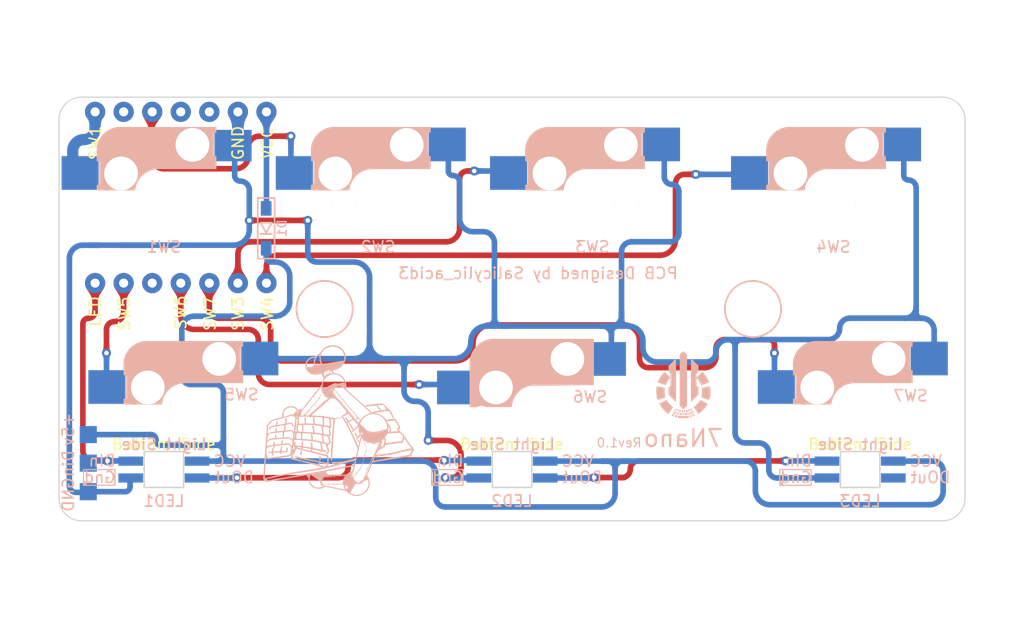
<source format=kicad_pcb>
(kicad_pcb (version 20211014) (generator pcbnew)
  (layers (0 "F.Cu" signal) (31 "B.Cu" signal) (34 "B.Paste" user) (35 "F.Paste" user) (36 "B.SilkS" user "B.Silkscreen") (37 "F.SilkS" user "F.Silkscreen") (38 "B.Mask" user) (39 "F.Mask" user) (44 "Edge.Cuts" user))
  (net 0 "")
  (net 1 "GND")
  (net 2 "VCC")
  (net 3 "Net-(LED1-Pad1)")
  (net 4 "SW1")
  (net 5 "SW2")
  (net 6 "SW3")
  (net 7 "SW4")
  (net 8 "LED")
  (net 9 "SW5")
  (net 10 "SW6")
  (net 11 "SW7")
  (net 13 "Net-(LED2-Pad1)")
  (net 17 "Net-(D1-Pad1)")
  (footprint "kbd_SW:CherryMX_Hotswap_1u_Small1" (layer "F.Cu") (at 88.10625 69.05625)
    (fp_text reference "SW1")
    (fp_text value "SW_PUSH" hide)
  )
  (footprint "kbd_SW:CherryMX_Hotswap_1u" (layer "F.Cu") (at 107.15625 69.05625)
    (fp_text reference "SW2")
    (fp_text value "SW_PUSH" hide)
  )
  (footprint "kbd_SW:CherryMX_Hotswap_1u" (layer "F.Cu") (at 126.20625 69.05625)
    (fp_text reference "SW3")
    (fp_text value "SW_PUSH" hide)
  )
  (footprint "kbd_SW:CherryMX_Hotswap_2u_Rev" (layer "F.Cu") (at 121.44375 88.10625 180)
    (fp_text reference "SW6")
    (fp_text value "SW_PUSH" hide)
  )
  (footprint "kbd_Parts:LED_SK6812MINI-E_UG" (layer "F.Cu") (at 88.10625 92.86875 180)
    (fp_text reference "LED1")
    (fp_text value "LED_SK6812MINI-E")
    (fp_line (start 1.75 -1.6) (end 1.75 1.6) (layer "Edge.Cuts") (width 0.12))
    (fp_line (start -1.75 1.6) (end -1.75 -1.6) (layer "Edge.Cuts") (width 0.12))
    (fp_line (start -1.75 -1.6) (end 1.75 -1.6) (layer "Edge.Cuts") (width 0.12))
    (fp_line (start 1.75 1.6) (end -1.75 1.6) (layer "Edge.Cuts") (width 0.12))
  )
  (footprint "kbd_SW:CherryMX_Hotswap_1.25u" (layer "F.Cu") (at 147.6375 69.05625)
    (fp_text reference "SW4")
    (fp_text value "SW_PUSH" hide)
  )
  (footprint "kbd_Parts:Micon_XIAO_TH" (layer "F.Cu") (at 89.60625 68.65625 -90)
    (fp_text reference "U1" hide)
    (fp_text value "xiao-th" hide)
  )
  (footprint "kbd_Parts:LED_SK6812MINI-E_UG" (layer "F.Cu") (at 119.0625 92.86875 180)
    (fp_text reference "LED2")
    (fp_text value "LED_SK6812MINI-E")
    (fp_line (start 1.75 -1.6) (end 1.75 1.6) (layer "Edge.Cuts") (width 0.12))
    (fp_line (start -1.75 -1.6) (end 1.75 -1.6) (layer "Edge.Cuts") (width 0.12))
    (fp_line (start 1.75 1.6) (end -1.75 1.6) (layer "Edge.Cuts") (width 0.12))
    (fp_line (start -1.75 1.6) (end -1.75 -1.6) (layer "Edge.Cuts") (width 0.12))
  )
  (footprint "kbd_Hole:m2_Screw_Hole" (layer "F.Cu") (at 140.49375 78.58125)
    (fp_text reference "Ref**")
    (fp_text value "Val**")
  )
  (footprint "kbd_Parts:LED_SK6812MINI-E_UG" (layer "F.Cu") (at 150.01875 92.86875 180)
    (fp_text reference "LED3")
    (fp_text value "LED_SK6812MINI-E")
    (fp_line (start -1.75 1.6) (end -1.75 -1.6) (layer "Edge.Cuts") (width 0.12))
    (fp_line (start 1.75 -1.6) (end 1.75 1.6) (layer "Edge.Cuts") (width 0.12))
    (fp_line (start -1.75 -1.6) (end 1.75 -1.6) (layer "Edge.Cuts") (width 0.12))
    (fp_line (start 1.75 1.6) (end -1.75 1.6) (layer "Edge.Cuts") (width 0.12))
  )
  (footprint "kbd_Parts:Diode_SMD" (layer "F.Cu") (at 97.2 71.4 90)
    (fp_text reference "D1")
    (fp_text value "D" hide)
  )
  (footprint "kbd_SW:CherryMX_Hotswap_1.25u" (layer "F.Cu") (at 90.4875 88.10625)
    (fp_text reference "SW5")
    (fp_text value "SW_PUSH" hide)
  )
  (footprint "kbd_SW:CherryMX_Hotswap_1u" (layer "F.Cu") (at 150.01875 88.10625)
    (fp_text reference "SW7")
    (fp_text value "SW_PUSH" hide)
  )
  (footprint "kbd_Hole:m2_Screw_Hole" (layer "F.Cu") (at 102.39375 78.58125)
    (fp_text reference "Ref**")
    (fp_text value "Val**")
  )
  (footprint "kbd_Parts:LED_Tape" (layer "B.Cu") (at 81.489723 92.338892 90)
    (fp_text reference "J1" hide)
    (fp_text value "Conn_01x03" hide)
  )
  (footprint "kbd_Logo:icon" (layer "B.Cu") (at 103.6 89.1 180)
    (fp_text reference "G***" hide)
    (fp_text value "LOGO" hide)
  )
  (footprint "kbd_Logo:new_onsen" (layer "B.Cu") (at 134.3 85.3 180)
    (fp_text reference "G***" hide)
    (fp_text value "LOGO" hide)
  )
  (gr_circle (center 140.49375 78.58125) (end 142.49375 80.08125) (layer "B.SilkS") (width 0.15) (fill none))
  (gr_circle (center 102.39375 78.58125) (end 104.39375 80.08125) (layer "B.SilkS") (width 0.15) (fill none))
  (gr_arc (start 78.78125 61.73125) (mid 79.367022 60.317022) (end 80.78125 59.73125) (layer "Edge.Cuts") (width 0.1))
  (gr_line (start 157.34375 59.73125) (end 80.78125 59.73125) (layer "Edge.Cuts") (width 0.1))
  (gr_arc (start 157.34375 59.73125) (mid 158.757949 60.317051) (end 159.34375 61.73125) (layer "Edge.Cuts") (width 0.1))
  (gr_line (start 159.34375 61.73125) (end 159.34375 95.43125) (layer "Edge.Cuts") (width 0.1))
  (gr_line (start 80.78125 97.43125) (end 157.34375 97.43125) (layer "Edge.Cuts") (width 0.1))
  (gr_arc (start 80.78125 97.43125) (mid 79.367051 96.845449) (end 78.78125 95.43125) (layer "Edge.Cuts") (width 0.1))
  (gr_line (start 78.78125 61.73125) (end 78.78125 95.43125) (layer "Edge.Cuts") (width 0.1))
  (gr_arc (start 159.34375 95.43125) (mid 158.757978 96.845478) (end 157.34375 97.43125) (layer "Edge.Cuts") (width 0.1))
  (gr_text "7Nano" (at 134.3 90.0875) (layer "B.SilkS") (effects (font (size 1.5 1.5) (thickness 0.2)) (justify mirror)))
  (gr_text "PCB Designed by Salicylic_acid3" (at 133.9 75.4) (layer "B.SilkS") (effects (font (size 1 1)) (justify left mirror)))
  (gr_text "Rev1.0" (at 128.5875 90.4875) (layer "B.SilkS") (effects (font (size 0.8 0.8) (thickness 0.1)) (justify mirror)))
  (gr_text "SW6" (at 89.6 78.9 90) (layer "F.SilkS") (effects (font (size 1 1))))
  (gr_text "SW3" (at 94.7 79 90) (layer "F.SilkS") (effects (font (size 1 1))))
  (gr_text "VCC" (at 97.3 63.8 90) (layer "F.SilkS") (effects (font (size 1 1))))
  (gr_text "SW2" (at 87 63.8 90) (layer "F.SilkS") (effects (font (size 1 1))))
  (gr_text "SW1" (at 82 63.8 90) (layer "F.SilkS") (effects (font (size 1 1))))
  (gr_text "SW4" (at 97.3 79 90) (layer "F.SilkS") (effects (font (size 1 1))))
  (gr_text "GND" (at 94.7 63.8 90) (layer "F.SilkS") (effects (font (size 1 1))))
  (gr_text "LED" (at 82 78.8 90) (layer "F.SilkS") (effects (font (size 1 1))))
  (gr_text "SW7" (at 92.2 79 90) (layer "F.SilkS") (effects (font (size 1 1))))
  (gr_text "SW5" (at 84.6 79 90) (layer "F.SilkS") (effects (font (size 1 1))))
  (segment (start 98 70.7) (end 100.9 70.7) (width 0.5) (layer "F.Cu") (net 1))
  (segment (start 95.7 70.7) (end 98 70.7) (width 0.5) (layer "F.Cu") (net 1))
  (segment (start 113.23 90.28) (end 111.62 90.28) (width 0.5) (layer "F.Cu") (net 1))
  (segment (start 114.53 92.7) (end 114.53 91.58) (width 0.5) (layer "F.Cu") (net 1))
  (segment (start 113.13 93.59) (end 113.64 93.59) (width 0.5) (layer "F.Cu") (net 1))
  (segment (start 98 70.7) (end 99.3 70.7) (width 0.5) (layer "F.Cu") (net 1))
  (via (at 100.9 70.7) (size 0.8) (drill 0.4) (layers "F.Cu" "B.Cu") (net 1))
  (via (at 113.13 93.59) (size 0.8) (drill 0.4) (layers "F.Cu" "B.Cu") (net 1))
  (via (at 95.7 70.7) (size 0.8) (drill 0.4) (layers "F.Cu" "B.Cu") (net 1))
  (via (at 111.61 90.27) (size 0.8) (drill 0.4) (layers "F.Cu" "B.Cu") (net 1))
  (arc (start 111.62 90.28) (mid 111.612929 90.277071) (end 111.61 90.27) (width 0.5) (layer "F.Cu") (net 1))
  (arc (start 113.64 93.59) (mid 114.269325 93.329325) (end 114.53 92.7) (width 0.5) (layer "F.Cu") (net 1))
  (arc (start 114.53 91.58) (mid 114.149239 90.660761) (end 113.23 90.28) (width 0.5) (layer "F.Cu") (net 1))
  (segment (start 106.4 83) (end 107.8 83) (width 0.5) (layer "B.Cu") (net 1))
  (segment (start 155 79.4) (end 155 78.4) (width 0.5) (layer "B.Cu") (net 1))
  (segment (start 126.9 80.1) (end 127.1 80.1) (width 0.5) (layer "B.Cu") (net 1))
  (segment (start 128.8 78.8) (end 128.8 79.5) (width 0.5) (layer "B.Cu") (net 1))
  (segment (start 116.8 80.1) (end 117.5 80.1) (width 0.5) (layer "B.Cu") (net 1))
  (segment (start 128.5 80.1) (end 128.8 80.1) (width 0.5) (layer "B.Cu") (net 1))
  (segment (start 79.7 91.4) (end 79.7 92.5) (width 0.5) (layer "B.Cu") (net 1))
  (segment (start 106.4 80.8) (end 106.4 81.6) (width 0.5) (layer "B.Cu") (net 1))
  (segment (start 108.54 83) (end 110.37 83) (width 0.5) (layer "B.Cu") (net 1))
  (segment (start 132.6 66.8) (end 132.6 64.63) (width 0.5) (layer "B.Cu") (net 1))
  (segment (start 85.1 94.4) (end 85.1 94.025) (width 0.5) (layer "B.Cu") (net 1))
  (segment (start 139 81.3) (end 140.1 81.3) (width 0.5) (layer "B.Cu") (net 1))
  (segment (start 94.4 66.7) (end 94.4 64.53) (width 0.5) (layer "B.Cu") (net 1))
  (segment (start 108.54 83) (end 108.55 83) (width 0.5) (layer "B.Cu") (net 1))
  (segment (start 126.9 80.1) (end 127.9 80.1) (width 0.5) (layer "B.Cu") (net 1))
  (segment (start 86.9 72.9) (end 82.3 72.9) (width 0.5) (layer "B.Cu") (net 1))
  (segment (start 101.7 74.4) (end 105 74.4) (width 0.5) (layer "B.Cu") (net 1))
  (segment (start 110.59 86.8) (end 110.4 86.8) (width 0.5) (layer "B.Cu") (net 1))
  (segment (start 140.1 81.3) (end 139.5 81.3) (width 0.5) (layer "B.Cu") (net 1))
  (segment (start 86.9 72.9) (end 94.3 72.9) (width 0.5) (layer "B.Cu") (net 1))
  (segment (start 82.3 72.9) (end 80.9 72.9) (width 0.5) (layer "B.Cu") (net 1))
  (segment (start 116.5 71.7) (end 115.6 71.7) (width 0.5) (layer "B.Cu") (net 1))
  (segment (start 129.7 72.6) (end 133.1 72.6) (width 0.5) (layer "B.Cu") (net 1))
  (segment (start 106.4 75.8) (end 106.4 80.8) (width 0.5) (layer "B.Cu") (net 1))
  (segment (start 127.9 80.1) (end 127.9 80.9) (width 0.5) (layer "B.Cu") (net 1))
  (segment (start 128.8 78.8) (end 128.8 73.5) (width 0.5) (layer "B.Cu") (net 1))
  (segment (start 100.6 83) (end 105 83) (width 0.5) (layer "B.Cu") (net 1))
  (segment (start 155 78.4) (end 155 67.8) (width 0.5) (layer "B.Cu") (net 1))
  (segment (start 156.6 80.5) (end 156.6 82.105) (width 0.5) (layer "B.Cu") (net 1))
  (segment (start 154 79.4) (end 155 79.4) (width 0.5) (layer "B.Cu") (net 1))
  (segment (start 116.4625 93.61875) (end 113.15875 93.61875) (width 0.5) (layer "B.Cu") (net 1))
  (segment (start 96.1875 82.98625) (end 98.21375 82.98625) (width 0.5) (layer "B.Cu") (net 1))
  (segment (start 132 83.3) (end 136.3 83.3) (width 0.5) (layer "B.Cu") (net 1))
  (segment (start 127.9 80.9) (end 127.9 80.7) (width 0.5) (layer "B.Cu") (net 1))
  (segment (start 155 78.9) (end 155 78.4) (width 0.5) (layer "B.Cu") (net 1))
  (segment (start 81.379446 94.84) (end 84.66 94.84) (width 0.5) (layer "B.Cu") (net 1))
  (segment (start 107.8 83) (end 108.54 83) (width 0.5) (layer "B.Cu") (net 1))
  (segment (start 130.7 81.4) (end 130.7 82) (width 0.5) (layer "B.Cu") (net 1))
  (segment (start 147.41875 93.61875) (end 142.61875 93.61875) (width 0.5) (layer "B.Cu") (net 1))
  (segment (start 141 90.5) (end 139.8 90.5) (width 0.5) (layer "B.Cu") (net 1))
  (segment (start 127.9 80.1) (end 128.5 80.1) (width 0.5) (layer "B.Cu") (net 1))
  (segment (start 109.46 85.86) (end 109.46 83.91) (width 0.5) (layer "B.Cu") (net 1))
  (segment (start 114.4 70.5) (end 114.4 67.3) (width 0.5) (layer "B.Cu") (net 1))
  (segment (start 138.9 89.6) (end 138.9 82.3) (width 0.5) (layer "B.Cu") (net 1))
  (segment (start 105 83) (end 106.4 83) (width 0.5) (layer "B.Cu") (net 1))
  (segment (start 79.7 91.4) (end 79.7 94.3) (width 0.5) (layer "B.Cu") (net 1))
  (segment (start 127.9 80.9) (end 127.9 82.17) (width 0.5) (layer "B.Cu") (net 1))
  (segment (start 128.8 78.8) (end 128.8 79.2) (width 0.5) (layer "B.Cu") (net 1))
  (segment (start 138.3 81.3) (end 139 81.3) (width 0.5) (layer "B.Cu") (net 1))
  (segment (start 100.9 70.7) (end 100.9 73.6) (width 0.5) (layer "B.Cu") (net 1))
  (segment (start 149.1 79.4) (end 154 79.4) (width 0.5) (layer "B.Cu") (net 1))
  (segment (start 100.6 83) (end 96.20125 83) (width 0.5) (layer "B.Cu") (net 1))
  (segment (start 95.7 71.5) (end 95.7 68) (width 0.5) (layer "B.Cu") (net 1))
  (segment (start 113.4 66.3) (end 113.4 64.48) (width 0.5) (layer "B.Cu") (net 1))
  (segment (start 118.7 80.1) (end 126.9 80.1) (width 0.5) (layer "B.Cu") (net 1))
  (segment (start 106.4 80.8) (end 106.4 83) (width 0.5) (layer "B.Cu") (net 1))
  (segment (start 138.9 81.9) (end 138.9 82.3) (width 0.5) (layer "B.Cu") (net 1))
  (segment (start 140.1 81.3) (end 147.2 81.3) (width 0.5) (layer "B.Cu") (net 1))
  (segment (start 141.9 92.9) (end 141.9 91.4) (width 0.5) (layer "B.Cu") (net 1))
  (segment (start 117.5 79.1) (end 117.5 72.7) (width 0.5) (layer "B.Cu") (net 1))
  (segment (start 117.5 80.1) (end 117.5 79.1) (width 0.5) (layer "B.Cu") (net 1))
  (segment (start 117.5 80.1) (end 118.7 80.1) (width 0.5) (layer "B.Cu") (net 1))
  (segment (start 94.68625 63.05625) (end 94.68625 61.03625) (width 1) (layer "B.Cu") (net 1))
  (segment (start 128.8 80.1) (end 129.4 80.1) (width 0.5) (layer "B.Cu") (net 1))
  (segment (start 155 79.4) (end 155.5 79.4) (width 0.5) (layer "B.Cu") (net 1))
  (segment (start 84.2 72.9) (end 86.9 72.9) (width 0.5) (layer "B.Cu") (net 1))
  (segment (start 82.3 72.9) (end 81.5 72.9) (width 0.5) (layer "B.Cu") (net 1))
  (segment (start 133.9 71.8) (end 133.9 68.1) (width 0.5) (layer "B.Cu") (net 1))
  (segment (start 111.61 90.27) (end 111.61 87.82) (width 0.5) (layer "B.Cu") (net 1))
  (segment (start 138.9 82.3) (end 138.9 81.4) (width 0.5) (layer "B.Cu") (net 1))
  (segment (start 80.3 94.9) (end 81.319446 94.9) (width 0.5) (layer "B.Cu") (net 1))
  (segment (start 110.37 83) (end 113.9 83) (width 0.5) (layer "B.Cu") (net 1))
  (segment (start 79.7 74.1) (end 79.7 91.4) (width 0.5) (layer "B.Cu") (net 1))
  (segment (start 118.7 80.1) (end 118.2 80.1) (width 0.5) (layer "B.Cu") (net 1))
  (segment (start 153.9 66.7) (end 153.9 64.49875) (width 0.5) (layer "B.Cu") (net 1))
  (segment (start 117.5 79.4) (end 117.5 79.1) (width 0.5) (layer "B.Cu") (net 1))
  (segment (start 128.8 80.1) (end 128.8 78.8) (width 0.5) (layer "B.Cu") (net 1))
  (arc (start 137.2 82.4) (mid 137.522183 81.622183) (end 138.3 81.3) (width 0.5) (layer "B.Cu") (net 1))
  (arc (start 155.5 79.4) (mid 156.277817 79.722183) (end 156.6 80.5) (width 0.5) (layer "B.Cu") (net 1))
  (arc (start 100.9 73.6) (mid 101.134315 74.165685) (end 101.7 74.4) (width 0.5) (layer "B.Cu") (net 1))
  (arc (start 128.8 79.2) (mid 128.536396 79.836396) (end 127.9 80.1) (width 0.5) (layer "B.Cu") (net 1))
  (arc (start 154.3 67.1) (mid 154.017157 66.982843) (end 153.9 66.7) (width 0.5) (layer "B.Cu") (net 1))
  (arc (start 154 79.4) (mid 154.707107 79.107107) (end 155 78.4) (width 0.5) (layer "B.Cu") (net 1))
  (arc (start 132.6 64.63) (mid 132.396805 64.139445) (end 131.90625 63.93625) (width 0.5) (layer "B.Cu") (net 1))
  (arc (start 129.4 80.1) (mid 130.319239 80.480761) (end 130.7 81.4) (width 0.5) (layer "B.Cu") (net 1))
  (arc (start 118.2 80.1) (mid 117.705025 79.894975) (end 117.5 79.4) (width 0.5) (layer "B.Cu") (net 1))
  (arc (start 111.61 87.82) (mid 111.311249 87.098751) (end 110.59 86.8) (width 0.5) (layer "B.Cu") (net 1))
  (arc (start 128.8 79.5) (mid 128.975736 79.924264) (end 129.4 80.1) (width 0.5) (layer "B.Cu") (net 1))
  (arc (start 130.7 82) (mid 131.080761 82.919239) (end 132 83.3) (width 0.5) (layer "B.Cu") (net 1))
  (arc (start 133.1 72.6) (mid 133.665685 72.365685) (end 133.9 71.8) (width 0.5) (layer "B.Cu") (net 1))
  (arc (start 79.7 94.3) (mid 79.875736 94.724264) (end 80.3 94.9) (width 0.5) (layer "B.Cu") (net 1))
  (arc (start 133.3 67.5) (mid 132.805025 67.294975) (end 132.6 66.8) (width 0.5) (layer "B.Cu") (net 1))
  (arc (start 133.9 68.1) (mid 133.724264 67.675736) (end 133.3 67.5) (width 0.5) (layer "B.Cu") (net 1))
  (arc (start 147.2 81.3) (mid 147.907107 81.007107) (end 148.2 80.3) (width 0.5) (layer "B.Cu") (net 1))
  (arc (start 114.4 67.3) (mid 114.224264 66.875736) (end 113.8 66.7) (width 0.5) (layer "B.Cu") (net 1))
  (arc (start 138.3 81.3) (mid 138.724264 81.475736) (end 138.9 81.9) (width 0.5) (layer "B.Cu") (net 1))
  (arc (start 80.9 72.9) (mid 80.051472 73.251472) (end 79.7 74.1) (width 0.5) (layer "B.Cu") (net 1))
  (arc (start 139.5 81.3) (mid 139.075736 81.475736) (end 138.9 81.9) (width 0.5) (layer "B.Cu") (net 1))
  (arc (start 115.4 81.5) (mid 115.810051 80.510051) (end 116.8 80.1) (width 0.5) (layer "B.Cu") (net 1))
  (arc (start 155.5 79.4) (mid 155.146447 79.253553) (end 155 78.9) (width 0.5) (layer "B.Cu") (net 1))
  (arc (start 85.1 94.025) (mid 85.218988 93.737738) (end 85.50625 93.61875) (width 0.5) (layer "B.Cu") (net 1))
  (arc (start 113.4 64.48) (mid 113.240739 64.095511) (end 112.85625 63.93625) (width 0.5) (layer "B.Cu") (net 1))
  (arc (start 94.4 64.53) (mid 94.226095 64.110155) (end 93.80625 63.93625) (width 0.5) (layer "B.Cu") (net 1))
  (arc (start 142.61875 93.61875) (mid 142.110517 93.408233) (end 141.9 92.9) (width 0.5) (layer "B.Cu") (net 1))
  (arc (start 85.4875 93.6) (mid 85.500758 93.605492) (end 85.50625 93.61875) (width 0.5) (layer "B.Cu") (net 1))
  (arc (start 127.9 80.7) (mid 128.075736 80.275736) (end 128.5 80.1) (width 0.5) (layer "B.Cu") (net 1))
  (arc (start 94.9 67.2) (mid 94.546447 67.053553) (end 94.4 66.7) (width 0.5) (layer "B.Cu") (net 1))
  (arc (start 113.9 83) (mid 114.96066 82.56066) (end 115.4 81.5) (width 0.5) (layer "B.Cu") (net 1))
  (arc (start 95.7 68) (mid 95.465685 67.434315) (end 94.9 67.2) (width 0.5) (layer "B.Cu") (net 1))
  (arc (start 94.3 72.9) (mid 95.289949 72.489949) (end 95.7 71.5) (width 0.5) (layer "B.Cu") (net 1))
  (arc (start 156.6 82.105) (mid 156.341888 82.728138) (end 155.71875 82.98625) (width 0.5) (layer "B.Cu") (net 1))
  (arc (start 106.4 81.6) (mid 105.989949 82.589949) (end 105 83) (width 0.5) (layer "B.Cu") (net 1))
  (arc (start 136.3 83.3) (mid 136.936396 83.036396) (end 137.2 82.4) (width 0.5) (layer "B.Cu") (net 1))
  (arc (start 116.8 80.1) (mid 117.294975 79.894975) (end 117.5 79.4) (width 0.5) (layer "B.Cu") (net 1))
  (arc (start 127.1 80.1) (mid 127.665685 80.334315) (end 127.9 80.9) (width 0.5) (layer "B.Cu") (net 1))
  (arc (start 107.8 83) (mid 106.810051 82.589949) (end 106.4 81.6) (width 0.5) (layer "B.Cu") (net 1))
  (arc (start 109.46 83.91) (mid 109.726533 83.266533) (end 110.37 83) (width 0.5) (layer "B.Cu") (net 1))
  (arc (start 117.5 72.7) (mid 117.207107 71.992893) (end 116.5 71.7) (width 0.5) (layer "B.Cu") (net 1))
  (arc (start 128.8 73.5) (mid 129.063604 72.863604) (end 129.7 72.6) (width 0.5) (layer "B.Cu") (net 1))
  (arc (start 108.55 83) (mid 109.193467 83.266533) (end 109.46 83.91) (width 0.5) (layer "B.Cu") (net 1))
  (arc (start 127.9 82.17) (mid 127.64921 82.77546) (end 127.04375 83.02625) (width 0.5) (layer "B.Cu") (net 1))
  (arc (start 105 74.4) (mid 105.989949 74.810051) (end 106.4 75.8) (width 0.5) (layer "B.Cu") (net 1))
  (arc (start 153.9 64.49875) (mid 153.735248 64.101002) (end 153.3375 63.93625) (width 0.5) (layer "B.Cu") (net 1))
  (arc (start 113.8 66.7) (mid 113.517157 66.582843) (end 113.4 66.3) (width 0.5) (layer "B.Cu") (net 1))
  (arc (start 93.80625 63.93625) (mid 94.428504 63.678504) (end 94.68625 63.05625) (width 0.5) (layer "B.Cu") (net 1))
  (arc (start 138.9 81.4) (mid 138.929289 81.329289) (end 139 81.3) (width 0.5) (layer "B.Cu") (net 1))
  (arc (start 141.9 91.4) (mid 141.636396 90.763604) (end 141 90.5) (width 0.5) (layer "B.Cu") (net 1))
  (arc (start 84.66 94.84) (mid 84.971127 94.711127) (end 85.1 94.4) (width 0.5) (layer "B.Cu") (net 1))
  (arc (start 115.6 71.7) (mid 114.751472 71.348528) (end 114.4 70.5) (width 0.5) (layer "B.Cu") (net 1))
  (arc (start 96.20125 83) (mid 96.191527 82.995973) (end 96.1875 82.98625) (width 0.5) (layer "B.Cu") (net 1))
  (arc (start 148.2 80.3) (mid 148.463604 79.663604) (end 149.1 79.4) (width 0.5) (layer "B.Cu") (net 1))
  (arc (start 139.8 90.5) (mid 139.163604 90.236396) (end 138.9 89.6) (width 0.5) (layer "B.Cu") (net 1))
  (arc (start 113.15875 93.61875) (mid 113.138421 93.610329) (end 113.13 93.59) (width 0.5) (layer "B.Cu") (net 1))
  (arc (start 81.319446 94.9) (mid 81.361872 94.882426) (end 81.379446 94.84) (width 0.5) (layer "B.Cu") (net 1))
  (arc (start 110.4 86.8) (mid 109.73532 86.52468) (end 109.46 85.86) (width 0.5) (layer "B.Cu") (net 1))
  (arc (start 155 67.8) (mid 154.794975 67.305025) (end 154.3 67.1) (width 0.5) (layer "B.Cu") (net 1))
  (segment (start 97.22625 61.03625) (end 97.22625 69.59875) (width 0.5) (layer "B.Cu") (net 2))
  (arc (start 97.22625 69.59875) (mid 97.218562 69.617312) (end 97.2 69.625) (width 0.5) (layer "B.Cu") (net 2))
  (segment (start 105.16 92.03) (end 106.46 92.03) (width 0.5) (layer "F.Cu") (net 3))
  (segment (start 106.46 92.03) (end 113.01 92.03) (width 0.5) (layer "F.Cu") (net 3))
  (segment (start 94.6 93.6) (end 103.59 93.6) (width 0.5) (layer "F.Cu") (net 3))
  (via (at 113.04 92.06) (size 0.8) (drill 0.4) (layers "F.Cu" "B.Cu") (net 3))
  (via (at 94.6 93.6) (size 0.8) (drill 0.4) (layers "F.Cu" "B.Cu") (net 3))
  (arc (start 103.59 93.6) (mid 104.219325 93.339325) (end 104.48 92.71) (width 0.5) (layer "F.Cu") (net 3))
  (arc (start 104.48 92.71) (mid 104.679167 92.229167) (end 105.16 92.03) (width 0.5) (layer "F.Cu") (net 3))
  (arc (start 113.01 92.03) (mid 113.031213 92.038787) (end 113.04 92.06) (width 0.5) (layer "F.Cu") (net 3))
  (segment (start 113.04 92.06) (end 116.40375 92.06) (width 0.5) (layer "B.Cu") (net 3))
  (segment (start 90.70625 93.61875) (end 94.58125 93.61875) (width 0.5) (layer "B.Cu") (net 3))
  (arc (start 94.58125 93.61875) (mid 94.594508 93.613258) (end 94.6 93.6) (width 0.5) (layer "B.Cu") (net 3))
  (arc (start 116.40375 92.06) (mid 116.445293 92.077207) (end 116.4625 92.11875) (width 0.5) (layer "B.Cu") (net 3))
  (segment (start 81.98625 61.03625) (end 81.98625 62.51375) (width 1) (layer "B.Cu") (net 4))
  (segment (start 80 64.5) (end 80 65.37) (width 1) (layer "B.Cu") (net 4))
  (arc (start 81.98625 62.51375) (mid 81.697384 63.211134) (end 81 63.5) (width 1) (layer "B.Cu") (net 4))
  (arc (start 81 63.5) (mid 80.292893 63.792893) (end 80 64.5) (width 1) (layer "B.Cu") (net 4))
  (arc (start 80.48625 65.85625) (mid 80.667844 66.294656) (end 81.10625 66.47625) (width 0.5) (layer "B.Cu") (net 4))
  (arc (start 80 65.37) (mid 80.324013 66.152237) (end 81.10625 66.47625) (width 1) (layer "B.Cu") (net 4))
  (segment (start 96.6 63.2) (end 99.4 63.2) (width 0.5) (layer "F.Cu") (net 5))
  (segment (start 88.1 66.1) (end 94.5 66.1) (width 0.5) (layer "F.Cu") (net 5))
  (segment (start 87 61.1025) (end 87 65) (width 0.5) (layer "F.Cu") (net 5))
  (segment (start 95.6 65) (end 95.6 64.2) (width 0.5) (layer "F.Cu") (net 5))
  (via (at 99.4 63.2) (size 0.8) (drill 0.4) (layers "F.Cu" "B.Cu") (net 5))
  (arc (start 87.06625 61.03625) (mid 87.019404 61.055654) (end 87 61.1025) (width 0.5) (layer "F.Cu") (net 5))
  (arc (start 94.5 66.1) (mid 95.277817 65.777817) (end 95.6 65) (width 0.5) (layer "F.Cu") (net 5))
  (arc (start 95.6 64.2) (mid 95.892893 63.492893) (end 96.6 63.2) (width 0.5) (layer "F.Cu") (net 5))
  (arc (start 87 65) (mid 87.322183 65.777817) (end 88.1 66.1) (width 0.5) (layer "F.Cu") (net 5))
  (segment (start 99.4 64.2) (end 99.4 63.2) (width 0.5) (layer "B.Cu") (net 5))
  (segment (start 99.4 65.72) (end 99.4 64.2) (width 0.5) (layer "B.Cu") (net 5))
  (arc (start 100.15625 66.47625) (mid 99.6215 66.25475) (end 99.4 65.72) (width 0.5) (layer "B.Cu") (net 5))
  (arc (start 100.08 66.4) (mid 100.133917 66.422333) (end 100.15625 66.47625) (width 0.5) (layer "B.Cu") (net 5))
  (segment (start 114.4 71.4) (end 114.4 67) (width 0.5) (layer "F.Cu") (net 6))
  (segment (start 115.1 66.3) (end 115.7 66.3) (width 0.5) (layer "F.Cu") (net 6))
  (segment (start 95.8 72.6) (end 113.2 72.6) (width 0.5) (layer "F.Cu") (net 6))
  (segment (start 94.68625 76.27625) (end 94.68625 73.71375) (width 0.5) (layer "F.Cu") (net 6))
  (via (at 115.7 66.3) (size 0.8) (drill 0.4) (layers "F.Cu" "B.Cu") (net 6))
  (arc (start 113.2 72.6) (mid 114.048528 72.248528) (end 114.4 71.4) (width 0.5) (layer "F.Cu") (net 6))
  (arc (start 94.68625 73.71375) (mid 95.01246 72.92621) (end 95.8 72.6) (width 0.5) (layer "F.Cu") (net 6))
  (arc (start 114.4 67) (mid 114.605025 66.505025) (end 115.1 66.3) (width 0.5) (layer "F.Cu") (net 6))
  (segment (start 115.7 66.3) (end 119.03 66.3) (width 0.5) (layer "B.Cu") (net 6))
  (arc (start 119.03 66.3) (mid 119.154628 66.351622) (end 119.20625 66.47625) (width 0.5) (layer "B.Cu") (net 6))
  (segment (start 134.4 66.6) (end 135.4 66.6) (width 0.5) (layer "F.Cu") (net 7))
  (segment (start 97.22625 76.27625) (end 97.22625 74.77375) (width 0.5) (layer "F.Cu") (net 7))
  (segment (start 98.2 73.8) (end 132.2 73.8) (width 0.5) (layer "F.Cu") (net 7))
  (segment (start 133.6 72.4) (end 133.6 67.4) (width 0.5) (layer "F.Cu") (net 7))
  (via (at 135.4 66.6) (size 0.8) (drill 0.4) (layers "F.Cu" "B.Cu") (net 7))
  (arc (start 133.6 67.4) (mid 133.834315 66.834315) (end 134.4 66.6) (width 0.5) (layer "F.Cu") (net 7))
  (arc (start 97.22625 74.77375) (mid 97.511455 74.085205) (end 98.2 73.8) (width 0.5) (layer "F.Cu") (net 7))
  (arc (start 132.2 73.8) (mid 133.189949 73.389949) (end 133.6 72.4) (width 0.5) (layer "F.Cu") (net 7))
  (segment (start 135.4 66.6) (end 140.51375 66.6) (width 0.5) (layer "B.Cu") (net 7))
  (arc (start 140.1 65.93875) (mid 140.25743 66.31882) (end 140.6375 66.47625) (width 0.5) (layer "B.Cu") (net 7))
  (arc (start 140.51375 66.6) (mid 140.601254 66.563754) (end 140.6375 66.47625) (width 0.5) (layer "B.Cu") (net 7))
  (segment (start 81.98625 78.81375) (end 81.98625 76.27625) (width 0.5) (layer "F.Cu") (net 8))
  (segment (start 80.9 91.2) (end 80.9 79.9) (width 0.5) (layer "F.Cu") (net 8))
  (segment (start 83.1 92.1) (end 81.7 92) (width 0.5) (layer "F.Cu") (net 8))
  (via (at 83.1 92.1) (size 0.8) (drill 0.4) (layers "F.Cu" "B.Cu") (net 8))
  (arc (start 80.9 79.9) (mid 81.046447 79.546447) (end 81.4 79.4) (width 0.5) (layer "F.Cu") (net 8))
  (arc (start 81.7 92) (mid 81.134315 91.765685) (end 80.9 91.2) (width 0.5) (layer "F.Cu") (net 8))
  (arc (start 81.4 79.4) (mid 81.814541 79.228291) (end 81.98625 78.81375) (width 0.5) (layer "F.Cu") (net 8))
  (segment (start 83.1 92.1) (end 81.579446 92.1) (width 0.5) (layer "B.Cu") (net 8))
  (segment (start 83.1 92.1) (end 85.4875 92.1) (width 0.5) (layer "B.Cu") (net 8))
  (arc (start 81.579446 92.1) (mid 81.438025 92.158579) (end 81.379446 92.3) (width 0.5) (layer "B.Cu") (net 8))
  (arc (start 85.4875 92.1) (mid 85.500758 92.105492) (end 85.50625 92.11875) (width 0.5) (layer "B.Cu") (net 8))
  (arc (start 81.679446 92) (mid 81.467314 92.087868) (end 81.379446 92.3) (width 0.5) (layer "B.Cu") (net 8))
  (arc (start 85.3875 92) (mid 85.471469 92.034781) (end 85.50625 92.11875) (width 0.5) (layer "B.Cu") (net 8))
  (segment (start 83 82.5) (end 83 80.4) (width 0.5) (layer "F.Cu") (net 9))
  (segment (start 84.52625 78.87375) (end 84.52625 76.27625) (width 0.5) (layer "F.Cu") (net 9))
  (via (at 83 82.5) (size 0.8) (drill 0.4) (layers "F.Cu" "B.Cu") (net 9))
  (arc (start 83.7 79.7) (mid 84.284247 79.457997) (end 84.52625 78.87375) (width 0.5) (layer "F.Cu") (net 9))
  (arc (start 83 80.4) (mid 83.205025 79.905025) (end 83.7 79.7) (width 0.5) (layer "F.Cu") (net 9))
  (segment (start 83 82.5) (end 83 85.03875) (width 0.5) (layer "B.Cu") (net 9))
  (arc (start 83 85.03875) (mid 83.142785 85.383465) (end 83.4875 85.52625) (width 0.5) (layer "B.Cu") (net 9))
  (segment (start 89.60625 76.27625) (end 89.60625 79.20625) (width 0.5) (layer "F.Cu") (net 10))
  (segment (start 97.5 85.3) (end 110.8 85.3) (width 0.5) (layer "F.Cu") (net 10))
  (segment (start 90.8 80.4) (end 95.6 80.4) (width 0.5) (layer "F.Cu") (net 10))
  (segment (start 96.5 81.3) (end 96.5 84.3) (width 0.5) (layer "F.Cu") (net 10))
  (via (at 110.8 85.3) (size 0.8) (drill 0.4) (layers "F.Cu" "B.Cu") (net 10))
  (arc (start 95.6 80.4) (mid 96.236396 80.663604) (end 96.5 81.3) (width 0.5) (layer "F.Cu") (net 10))
  (arc (start 89.60625 79.20625) (mid 89.955891 80.050359) (end 90.8 80.4) (width 0.5) (layer "F.Cu") (net 10))
  (arc (start 96.5 84.3) (mid 96.792893 85.007107) (end 97.5 85.3) (width 0.5) (layer "F.Cu") (net 10))
  (segment (start 110.8 85.3) (end 114.2775 85.3) (width 0.5) (layer "B.Cu") (net 10))
  (arc (start 114.2775 85.3) (mid 114.465767 85.377983) (end 114.54375 85.56625) (width 0.5) (layer "B.Cu") (net 10))
  (segment (start 138 81.3) (end 141.9 81.3) (width 0.5) (layer "F.Cu") (net 11))
  (segment (start 117.2 80) (end 129 80) (width 0.5) (layer "F.Cu") (net 11))
  (segment (start 98.6 83.2) (end 114 83.2) (width 0.5) (layer "F.Cu") (net 11))
  (segment (start 93 79.4) (end 96.6 79.4) (width 0.5) (layer "F.Cu") (net 11))
  (segment (start 92.14625 76.27625) (end 92.14625 78.54625) (width 0.5) (layer "F.Cu") (net 11))
  (segment (start 97.6 80.8) (end 97.6 81.4) (width 0.5) (layer "F.Cu") (net 11))
  (segment (start 142.4 81.8) (end 142.4 82.5) (width 0.5) (layer "F.Cu") (net 11))
  (segment (start 97.6 80.8) (end 97.6 82.2) (width 0.5) (layer "F.Cu") (net 11))
  (segment (start 97.6 80.4) (end 97.6 80.8) (width 0.5) (layer "F.Cu") (net 11))
  (segment (start 131.2 83.8) (end 136.2 83.8) (width 0.5) (layer "F.Cu") (net 11))
  (segment (start 130.4 81.4) (end 130.4 83) (width 0.5) (layer "F.Cu") (net 11))
  (segment (start 137.2 82.8) (end 137.2 82.1) (width 0.5) (layer "F.Cu") (net 11))
  (via (at 142.4 82.5) (size 0.8) (drill 0.4) (layers "F.Cu" "B.Cu") (net 11))
  (arc (start 136.2 83.8) (mid 136.907107 83.507107) (end 137.2 82.8) (width 0.5) (layer "F.Cu") (net 11))
  (arc (start 129 80) (mid 129.989949 80.410051) (end 130.4 81.4) (width 0.5) (layer "F.Cu") (net 11))
  (arc (start 115.6 81.6) (mid 116.068629 80.468629) (end 117.2 80) (width 0.5) (layer "F.Cu") (net 11))
  (arc (start 137.2 82.1) (mid 137.434315 81.534315) (end 138 81.3) (width 0.5) (layer "F.Cu") (net 11))
  (arc (start 114 83.2) (mid 115.131371 82.731371) (end 115.6 81.6) (width 0.5) (layer "F.Cu") (net 11))
  (arc (start 96.6 79.4) (mid 97.307107 79.692893) (end 97.6 80.4) (width 0.5) (layer "F.Cu") (net 11))
  (arc (start 92.14625 78.54625) (mid 92.396308 79.149942) (end 93 79.4) (width 0.5) (layer "F.Cu") (net 11))
  (arc (start 97.6 82.2) (mid 97.892893 82.907107) (end 98.6 83.2) (width 0.5) (layer "F.Cu") (net 11))
  (arc (start 141.9 81.3) (mid 142.253553 81.446447) (end 142.4 81.8) (width 0.5) (layer "F.Cu") (net 11))
  (arc (start 130.4 83) (mid 130.634315 83.565685) (end 131.2 83.8) (width 0.5) (layer "F.Cu") (net 11))
  (segment (start 142.4 82.5) (end 142.4 84.9075) (width 0.5) (layer "B.Cu") (net 11))
  (arc (start 142.4 84.9075) (mid 142.581228 85.345022) (end 143.01875 85.52625) (width 0.5) (layer "B.Cu") (net 11))
  (segment (start 128.39 93.58) (end 129.04 93.58) (width 0.5) (layer "F.Cu") (net 13))
  (segment (start 128.84 93.58) (end 128.39 93.58) (width 0.5) (layer "F.Cu") (net 13))
  (segment (start 126.37 93.58) (end 128.39 93.58) (width 0.5) (layer "F.Cu") (net 13))
  (segment (start 143.4 92.1) (end 130.32 92.1) (width 0.5) (layer "F.Cu") (net 13))
  (via (at 126.37 93.58) (size 0.8) (drill 0.4) (layers "F.Cu" "B.Cu") (net 13))
  (via (at 143.4 92.1) (size 0.8) (drill 0.4) (layers "F.Cu" "B.Cu") (net 13))
  (arc (start 130.32 92.1) (mid 129.796741 92.316741) (end 129.58 92.84) (width 0.5) (layer "F.Cu") (net 13))
  (arc (start 129.58 92.84) (mid 129.363259 93.363259) (end 128.84 93.58) (width 0.5) (layer "F.Cu") (net 13))
  (segment (start 121.6625 93.61875) (end 126.33125 93.61875) (width 0.5) (layer "B.Cu") (net 13))
  (segment (start 143.4 92.1) (end 147.4 92.1) (width 0.5) (layer "B.Cu") (net 13))
  (arc (start 126.33125 93.61875) (mid 126.35865 93.6074) (end 126.37 93.58) (width 0.5) (layer "B.Cu") (net 13))
  (arc (start 147.4 92.1) (mid 147.413258 92.105492) (end 147.41875 92.11875) (width 0.5) (layer "B.Cu") (net 13))
  (segment (start 89.7 80.3) (end 89.7 84.5) (width 0.5) (layer "B.Cu") (net 17))
  (segment (start 94.78125 92.11875) (end 94.41875 92.11875) (width 0.5) (layer "B.Cu") (net 17))
  (segment (start 99.3 75.7) (end 99.3 77.9) (width 0.5) (layer "B.Cu") (net 17))
  (segment (start 127.55 92.12) (end 127.12 92.12) (width 0.5) (layer "B.Cu") (net 17))
  (segment (start 93.4 91.3) (end 93.4 91.5) (width 0.5) (layer "B.Cu") (net 17))
  (segment (start 92.78125 92.11875) (end 94.78125 92.11875) (width 0.5) (layer "B.Cu") (net 17))
  (segment (start 127.12 92.12) (end 129.44 92.12) (width 0.5) (layer "B.Cu") (net 17))
  (segment (start 140.7 93) (end 140.7 94.7) (width 0.5) (layer "B.Cu") (net 17))
  (segment (start 112.28 93.29) (end 112.28 95.35) (width 0.5) (layer "B.Cu") (net 17))
  (segment (start 87.8 90.7) (end 92.4 90.7) (width 0.5) (layer "B.Cu") (net 17))
  (segment (start 93.4 90.1) (end 93.4 91.5) (width 0.5) (layer "B.Cu") (net 17))
  (segment (start 92.4 90.7) (end 93 90.7) (width 0.5) (layer "B.Cu") (net 17))
  (segment (start 97.975 79.225) (end 90.775 79.225) (width 0.5) (layer "B.Cu") (net 17))
  (segment (start 92.4 90.7) (end 92.8 90.7) (width 0.5) (layer "B.Cu") (net 17))
  (segment (start 94.78125 92.11875) (end 111.10875 92.11875) (width 0.5) (layer "B.Cu") (net 17))
  (segment (start 142 96) (end 156.2 96) (width 0.5) (layer "B.Cu") (net 17))
  (segment (start 90.70625 92.11875) (end 92.78125 92.11875) (width 0.5) (layer "B.Cu") (net 17))
  (segment (start 128.23 94.99) (end 128.23 92.8) (width 0.5) (layer "B.Cu") (net 17))
  (segment (start 97.2 73.175) (end 97.2 73.9) (width 0.5) (layer "B.Cu") (net 17))
  (segment (start 94.78125 92.11875) (end 94.01875 92.11875) (width 0.5) (layer "B.Cu") (net 17))
  (segment (start 93.4 86) (end 93.4 90.1) (width 0.5) (layer "B.Cu") (net 17))
  (segment (start 113.13 96.2) (end 127.02 96.2) (width 0.5) (layer "B.Cu") (net 17))
  (segment (start 81.379446 89.76) (end 86.96 89.76) (width 0.5) (layer "B.Cu") (net 17))
  (segment (start 97.7 74.4) (end 98 74.4) (width 0.5) (layer "B.Cu") (net 17))
  (segment (start 129.44 92.12) (end 128.91 92.12) (width 0.5) (layer "B.Cu") (net 17))
  (segment (start 87.4 90.2) (end 87.4 90.3) (width 0.5) (layer "B.Cu") (net 17))
  (segment (start 90.5 85.3) (end 92.7 85.3) (width 0.5) (layer "B.Cu") (net 17))
  (segment (start 127.12 92.12) (end 121.66375 92.12) (width 0.5) (layer "B.Cu") (net 17))
  (segment (start 129.44 92.12) (end 139.8175 92.12) (width 0.5) (layer "B.Cu") (net 17))
  (segment (start 152.61875 92.11875) (end 156.51875 92.11875) (width 0.5) (layer "B.Cu") (net 17))
  (segment (start 157.4 94.8) (end 157.4 93) (width 0.5) (layer "B.Cu") (net 17))
  (arc (start 92.8 90.7) (mid 93.224264 90.875736) (end 93.4 91.3) (width 0.5) (layer "B.Cu") (net 17))
  (arc (start 139.8175 92.12) (mid 139.818384 92.119634) (end 139.81875 92.11875) (width 0.5) (layer "B.Cu") (net 17))
  (arc (start 139.81875 92.11875) (mid 140.441888 92.376862) (end 140.7 93) (width 0.5) (layer "B.Cu") (net 17))
  (arc (start 98 74.4) (mid 98.919239 74.780761) (end 99.3 75.7) (width 0.5) (layer "B.Cu") (net 17))
  (arc (start 97.2 73.9) (mid 97.346447 74.253553) (end 97.7 74.4) (width 0.5) (layer "B.Cu") (net 17))
  (arc (start 90.775 79.225) (mid 90.01486 79.53986) (end 89.7 80.3) (width 0.5) (layer "B.Cu") (net 17))
  (arc (start 92.8 90.7) (mid 93.224264 90.524264) (end 93.4 90.1) (width 0.5) (layer "B.Cu") (net 17))
  (arc (start 156.51875 92.11875) (mid 157.141888 92.376862) (end 157.4 93) (width 0.5) (layer "B.Cu") (net 17))
  (arc (start 128.23 92.8) (mid 128.030833 92.319167) (end 127.55 92.12) (width 0.5) (layer "B.Cu") (net 17))
  (arc (start 99.3 77.9) (mid 98.911916 78.836916) (end 97.975 79.225) (width 0.5) (layer "B.Cu") (net 17))
  (arc (start 87.4 90.3) (mid 87.517157 90.582843) (end 87.8 90.7) (width 0.5) (layer "B.Cu") (net 17))
  (arc (start 128.91 92.12) (mid 128.429167 92.319167) (end 128.23 92.8) (width 0.5) (layer "B.Cu") (net 17))
  (arc (start 92.7 85.3) (mid 93.194975 85.505025) (end 93.4 86) (width 0.5) (layer "B.Cu") (net 17))
  (arc (start 127.02 96.2) (mid 127.875599 95.845599) (end 128.23 94.99) (width 0.5) (layer "B.Cu") (net 17))
  (arc (start 111.10875 92.11875) (mid 111.936949 92.461801) (end 112.28 93.29) (width 0.5) (layer "B.Cu") (net 17))
  (arc (start 156.2 96) (mid 157.048528 95.648528) (end 157.4 94.8) (width 0.5) (layer "B.Cu") (net 17))
  (arc (start 112.28 95.35) (mid 112.528959 95.951041) (end 113.13 96.2) (width 0.5) (layer "B.Cu") (net 17))
  (arc (start 93.4 91.5) (mid 93.218772 91.937522) (end 92.78125 92.11875) (width 0.5) (layer "B.Cu") (net 17))
  (arc (start 89.7 84.5) (mid 89.934315 85.065685) (end 90.5 85.3) (width 0.5) (layer "B.Cu") (net 17))
  (arc (start 94.01875 92.11875) (mid 93.581228 91.937522) (end 93.4 91.5) (width 0.5) (layer "B.Cu") (net 17))
  (arc (start 140.7 94.7) (mid 141.080761 95.619239) (end 142 96) (width 0.5) (layer "B.Cu") (net 17))
  (arc (start 86.96 89.76) (mid 87.271127 89.888873) (end 87.4 90.2) (width 0.5) (layer "B.Cu") (net 17))
  (arc (start 121.66375 92.12) (mid 121.662866 92.119634) (end 121.6625 92.11875) (width 0.5) (layer "B.Cu") (net 17))
  (zone (net 11) (net_name "SW7") (layer "F.Cu") (priority 16962) (connect_pads yes (clearance 0)) (min_thickness 0.0254) (fill yes (thermal_gap 0.508) (thermal_bridge_width 0.508))
    (polygon (pts (xy 92.39625 78.06625) (xy 92.404296 77.859931) (xy 92.427348 77.687832) (xy 92.463775 77.542666) (xy 92.511945 77.417146) (xy 92.570228 77.303986) (xy 92.636993 77.195899) (xy 92.710608 77.085598) (xy 92.789444 76.965797) (xy 92.871868 76.82921) (xy 92.95625 76.66855) (xy 92.14625 75.82625) (xy 91.33625 76.66855) (xy 91.420631 76.82921) (xy 91.503055 76.965797) (xy 91.581891 77.085598) (xy 91.655506 77.195899) (xy 91.722271 77.303986) (xy 91.780554 77.417146) (xy 91.828724 77.542666) (xy 91.865151 77.687832) (xy 91.888203 77.859931) (xy 91.89625 78.06625)))
  )
  (zone (net 3) (net_name "Net-(LED1-Pad1)") (layer "F.Cu") (priority 16962) (connect_pads yes (clearance 0)) (min_thickness 0.0254) (fill yes (thermal_gap 0.508) (thermal_bridge_width 0.508))
    (polygon (pts (xy 112.24 92.28) (xy 112.325929 92.280483) (xy 112.401238 92.282279) (xy 112.467742 92.285905) (xy 112.527256 92.291877) (xy 112.581595 92.300713) (xy 112.632574 92.312929) (xy 112.68201 92.329044) (xy 112.731717 92.349575) (xy 112.783511 92.375038) (xy 112.839208 92.405951) (xy 113.239439 92.074957) (xy 112.893057 91.687969) (xy 112.829021 91.712132) (xy 112.770429 91.731652) (xy 112.715134 91.747023) (xy 112.660988 91.75874) (xy 112.605844 91.767297) (xy 112.547555 91.773189) (xy 112.483973 91.776911) (xy 112.412952 91.778956) (xy 112.332343 91.779821) (xy 112.24 91.78)))
  )
  (zone (net 1) (net_name "GND") (layer "F.Cu") (priority 16962) (connect_pads yes (clearance 0)) (min_thickness 0.0254) (fill yes (thermal_gap 0.508) (thermal_bridge_width 0.508))
    (polygon (pts (xy 113.63 93.34) (xy 113.598074 93.339573) (xy 113.567544 93.33835) (xy 113.538757 93.336412) (xy 113.512064 93.333842) (xy 113.487813 93.330721) (xy 113.466353 93.327133) (xy 113.448034 93.323159) (xy 113.433205 93.318883) (xy 113.422214 93.314385) (xy 113.415411 93.30975) (xy 112.93 93.59) (xy 113.415411 93.87025) (xy 113.422214 93.865614) (xy 113.433205 93.861116) (xy 113.448034 93.85684) (xy 113.466353 93.852866) (xy 113.487813 93.849278) (xy 113.512064 93.846157) (xy 113.538757 93.843587) (xy 113.567544 93.841649) (xy 113.598074 93.840426) (xy 113.63 93.84)))
  )
  (zone (net 11) (net_name "SW7") (layer "F.Cu") (priority 16962) (connect_pads yes (clearance 0)) (min_thickness 0.0254) (fill yes (thermal_gap 0.508) (thermal_bridge_width 0.508))
    (polygon (pts (xy 142.15 81.81) (xy 142.14965 81.877858) (xy 142.148388 81.939387) (xy 142.1459 81.995201) (xy 142.141866 82.045917) (xy 142.135972 82.09215) (xy 142.1279 82.134517) (xy 142.117333 82.173634) (xy 142.103955 82.210116) (xy 142.08745 82.244579) (xy 142.0675 82.277641) (xy 142.4 82.7) (xy 142.7325 82.277641) (xy 142.712549 82.244579) (xy 142.696044 82.210116) (xy 142.682666 82.173634) (xy 142.672099 82.134517) (xy 142.664027 82.09215) (xy 142.658133 82.045917) (xy 142.654099 81.995201) (xy 142.651611 81.939387) (xy 142.650349 81.877858) (xy 142.65 81.81)))
  )
  (zone (net 5) (net_name "SW2") (layer "F.Cu") (priority 16962) (connect_pads yes (clearance 0)) (min_thickness 0.0254) (fill yes (thermal_gap 0.508) (thermal_bridge_width 0.508))
    (polygon (pts (xy 98.61 63.45) (xy 98.697651 63.450381) (xy 98.77429 63.451844) (xy 98.841873 63.454868) (xy 98.902354 63.459933) (xy 98.957691 63.467517) (xy 99.009838 63.478099) (xy 99.060751 63.49216) (xy 99.112386 63.510177) (xy 99.166699 63.532631) (xy 99.225645 63.56) (xy 99.6 63.2) (xy 99.225645 62.84) (xy 99.166699 62.867368) (xy 99.112386 62.889822) (xy 99.060751 62.907839) (xy 99.009838 62.9219) (xy 98.957691 62.932482) (xy 98.902354 62.940066) (xy 98.841873 62.945131) (xy 98.77429 62.948155) (xy 98.697651 62.949618) (xy 98.61 62.95)))
  )
  (zone (net 7) (net_name "SW4") (layer "F.Cu") (priority 16962) (connect_pads yes (clearance 0)) (min_thickness 0.0254) (fill yes (thermal_gap 0.508) (thermal_bridge_width 0.508))
    (polygon (pts (xy 134.61 66.85) (xy 134.697651 66.850381) (xy 134.77429 66.851844) (xy 134.841873 66.854868) (xy 134.902354 66.859933) (xy 134.957691 66.867517) (xy 135.009838 66.878099) (xy 135.060751 66.89216) (xy 135.112386 66.910177) (xy 135.166699 66.932631) (xy 135.225645 66.96) (xy 135.6 66.6) (xy 135.225645 66.24) (xy 135.166699 66.267368) (xy 135.112386 66.289822) (xy 135.060751 66.307839) (xy 135.009838 66.3219) (xy 134.957691 66.332482) (xy 134.902354 66.340066) (xy 134.841873 66.345131) (xy 134.77429 66.348155) (xy 134.697651 66.349618) (xy 134.61 66.35)))
  )
  (zone (net 13) (net_name "Net-(LED2-Pad1)") (layer "F.Cu") (priority 16962) (connect_pads yes (clearance 0)) (min_thickness 0.0254) (fill yes (thermal_gap 0.508) (thermal_bridge_width 0.508))
    (polygon (pts (xy 127.16 93.33) (xy 127.072348 93.329618) (xy 126.995709 93.328155) (xy 126.928126 93.325131) (xy 126.867645 93.320066) (xy 126.812308 93.312482) (xy 126.760161 93.3019) (xy 126.709248 93.287839) (xy 126.657613 93.269822) (xy 126.6033 93.247368) (xy 126.544355 93.22) (xy 126.17 93.58) (xy 126.544355 93.94) (xy 126.6033 93.912631) (xy 126.657613 93.890177) (xy 126.709248 93.87216) (xy 126.760161 93.858099) (xy 126.812308 93.847517) (xy 126.867645 93.839933) (xy 126.928126 93.834868) (xy 126.995709 93.831844) (xy 127.072348 93.830381) (xy 127.16 93.83)))
  )
  (zone (net 1) (net_name "GND") (layer "F.Cu") (priority 16962) (connect_pads yes (clearance 0)) (min_thickness 0.0254) (fill yes (thermal_gap 0.508) (thermal_bridge_width 0.508))
    (polygon (pts (xy 112.41 90.03) (xy 112.32202 90.029611) (xy 112.245026 90.028105) (xy 112.17709 90.02497) (xy 112.116286 90.019695) (xy 112.060686 90.011768) (xy 112.008362 90.000679) (xy 111.957389 89.985915) (xy 111.905839 89.966967) (xy 111.851784 89.943322) (xy 111.793298 89.91447) (xy 111.410063 90.265002) (xy 111.775304 90.634245) (xy 111.836578 90.607642) (xy 111.892906 90.585977) (xy 111.946324 90.568746) (xy 111.998872 90.555446) (xy 112.052586 90.545573) (xy 112.109506 90.538624) (xy 112.171669 90.534096) (xy 112.241114 90.531485) (xy 112.319878 90.530287) (xy 112.41 90.53)))
  )
  (zone (net 6) (net_name "SW3") (layer "F.Cu") (priority 16962) (connect_pads yes (clearance 0)) (min_thickness 0.0254) (fill yes (thermal_gap 0.508) (thermal_bridge_width 0.508))
    (polygon (pts (xy 94.43625 74.48625) (xy 94.428203 74.692568) (xy 94.405151 74.864667) (xy 94.368724 75.009833) (xy 94.320554 75.135353) (xy 94.262271 75.248513) (xy 94.195506 75.3566) (xy 94.121891 75.466901) (xy 94.043055 75.586702) (xy 93.960631 75.723289) (xy 93.87625 75.88395) (xy 94.68625 76.72625) (xy 95.49625 75.88395) (xy 95.411868 75.723289) (xy 95.329444 75.586702) (xy 95.250608 75.466901) (xy 95.176993 75.3566) (xy 95.110228 75.248513) (xy 95.051945 75.135353) (xy 95.003775 75.009833) (xy 94.967348 74.864667) (xy 94.944296 74.692568) (xy 94.93625 74.48625)))
  )
  (zone (net 10) (net_name "SW6") (layer "F.Cu") (priority 16962) (connect_pads yes (clearance 0)) (min_thickness 0.0254) (fill yes (thermal_gap 0.508) (thermal_bridge_width 0.508))
    (polygon (pts (xy 89.85625 78.06625) (xy 89.864296 77.859931) (xy 89.887348 77.687832) (xy 89.923775 77.542666) (xy 89.971945 77.417146) (xy 90.030228 77.303986) (xy 90.096993 77.195899) (xy 90.170608 77.085598) (xy 90.249444 76.965797) (xy 90.331868 76.82921) (xy 90.41625 76.66855) (xy 89.60625 75.82625) (xy 88.79625 76.66855) (xy 88.880631 76.82921) (xy 88.963055 76.965797) (xy 89.041891 77.085598) (xy 89.115506 77.195899) (xy 89.182271 77.303986) (xy 89.240554 77.417146) (xy 89.288724 77.542666) (xy 89.325151 77.687832) (xy 89.348203 77.859931) (xy 89.35625 78.06625)))
  )
  (zone (net 7) (net_name "SW4") (layer "F.Cu") (priority 16962) (connect_pads yes (clearance 0)) (min_thickness 0.0254) (fill yes (thermal_gap 0.508) (thermal_bridge_width 0.508))
    (polygon (pts (xy 96.97625 74.78375) (xy 96.970932 74.914703) (xy 96.955675 75.031299) (xy 96.931526 75.135047) (xy 96.899531 75.22746) (xy 96.860735 75.31005) (xy 96.816185 75.384328) (xy 96.766927 75.451805) (xy 96.714006 75.513994) (xy 96.658469 75.572405) (xy 96.601362 75.628552) (xy 97.22625 76.72625) (xy 97.851138 75.628552) (xy 97.79403 75.572405) (xy 97.738493 75.513994) (xy 97.685572 75.451805) (xy 97.636314 75.384328) (xy 97.591764 75.31005) (xy 97.552968 75.22746) (xy 97.520973 75.135047) (xy 97.496824 75.031299) (xy 97.481567 74.914703) (xy 97.47625 74.78375)))
  )
  (zone (net 1) (net_name "GND") (layer "F.Cu") (priority 16962) (connect_pads yes (clearance 0)) (min_thickness 0.0254) (fill yes (thermal_gap 0.508) (thermal_bridge_width 0.508))
    (polygon (pts (xy 100.11 70.95) (xy 100.197651 70.950381) (xy 100.27429 70.951844) (xy 100.341873 70.954868) (xy 100.402354 70.959933) (xy 100.457691 70.967517) (xy 100.509838 70.978099) (xy 100.560751 70.99216) (xy 100.612386 71.010177) (xy 100.666699 71.032631) (xy 100.725645 71.06) (xy 101.1 70.7) (xy 100.725645 70.34) (xy 100.666699 70.367368) (xy 100.612386 70.389822) (xy 100.560751 70.407839) (xy 100.509838 70.4219) (xy 100.457691 70.432482) (xy 100.402354 70.440066) (xy 100.341873 70.445131) (xy 100.27429 70.448155) (xy 100.197651 70.449618) (xy 100.11 70.45)))
  )
  (zone (net 9) (net_name "SW5") (layer "F.Cu") (priority 16962) (connect_pads yes (clearance 0)) (min_thickness 0.0254) (fill yes (thermal_gap 0.508) (thermal_bridge_width 0.508))
    (polygon (pts (xy 84.77625 78.06625) (xy 84.784296 77.859931) (xy 84.807348 77.687832) (xy 84.843775 77.542666) (xy 84.891945 77.417146) (xy 84.950228 77.303986) (xy 85.016993 77.195899) (xy 85.090608 77.085598) (xy 85.169444 76.965797) (xy 85.251868 76.82921) (xy 85.33625 76.66855) (xy 84.52625 75.82625) (xy 83.71625 76.66855) (xy 83.800631 76.82921) (xy 83.883055 76.965797) (xy 83.961891 77.085598) (xy 84.035506 77.195899) (xy 84.102271 77.303986) (xy 84.160554 77.417146) (xy 84.208724 77.542666) (xy 84.245151 77.687832) (xy 84.268203 77.859931) (xy 84.27625 78.06625)))
  )
  (zone (net 3) (net_name "Net-(LED1-Pad1)") (layer "F.Cu") (priority 16962) (connect_pads yes (clearance 0)) (min_thickness 0.0254) (fill yes (thermal_gap 0.508) (thermal_bridge_width 0.508))
    (polygon (pts (xy 95.39 93.35) (xy 95.302348 93.349618) (xy 95.225709 93.348155) (xy 95.158126 93.345131) (xy 95.097645 93.340066) (xy 95.042308 93.332482) (xy 94.990161 93.3219) (xy 94.939248 93.307839) (xy 94.887613 93.289822) (xy 94.8333 93.267368) (xy 94.774355 93.24) (xy 94.4 93.6) (xy 94.774355 93.96) (xy 94.8333 93.932631) (xy 94.887613 93.910177) (xy 94.939248 93.89216) (xy 94.990161 93.878099) (xy 95.042308 93.867517) (xy 95.097645 93.859933) (xy 95.158126 93.854868) (xy 95.225709 93.851844) (xy 95.302348 93.850381) (xy 95.39 93.85)))
  )
  (zone (net 6) (net_name "SW3") (layer "F.Cu") (priority 16962) (connect_pads yes (clearance 0)) (min_thickness 0.0254) (fill yes (thermal_gap 0.508) (thermal_bridge_width 0.508))
    (polygon (pts (xy 115.11 66.55) (xy 115.158799 66.550464) (xy 115.204401 66.551896) (xy 115.2467 66.554353) (xy 115.285587 66.55789) (xy 115.320953 66.562566) (xy 115.352692 66.568436) (xy 115.380694 66.575557) (xy 115.404852 66.583987) (xy 115.425058 66.593782) (xy 115.441205 66.605) (xy 115.9 66.3) (xy 115.441205 65.995) (xy 115.425058 66.006217) (xy 115.404852 66.016012) (xy 115.380694 66.024442) (xy 115.352692 66.031563) (xy 115.320953 66.037433) (xy 115.285587 66.042109) (xy 115.2467 66.045646) (xy 115.204401 66.048103) (xy 115.158799 66.049535) (xy 115.11 66.05)))
  )
  (zone (net 8) (net_name "LED") (layer "F.Cu") (priority 16962) (connect_pads yes (clearance 0)) (min_thickness 0.0254) (fill yes (thermal_gap 0.508) (thermal_bridge_width 0.508))
    (polygon (pts (xy 82.294197 92.293079) (xy 82.381598 92.299704) (xy 82.457938 92.306623) (xy 82.525133 92.314455) (xy 82.5851 92.323816) (xy 82.639756 92.335323) (xy 82.691016 92.349594) (xy 82.740798 92.367246) (xy 82.791018 92.388897) (xy 82.843593 92.415163) (xy 82.900439 92.446662) (xy 83.299491 92.114249) (xy 82.951736 91.728493) (xy 82.89099 91.751592) (xy 82.835216 91.770119) (xy 82.782429 91.784412) (xy 82.730643 91.794809) (xy 82.677875 91.80165) (xy 82.622139 91.805272) (xy 82.56145 91.806014) (xy 82.493824 91.804216) (xy 82.417276 91.800215) (xy 82.329821 91.794351)))
  )
  (zone (net 1) (net_name "GND") (layer "F.Cu") (priority 16962) (connect_pads yes (clearance 0)) (min_thickness 0.0254) (fill yes (thermal_gap 0.508) (thermal_bridge_width 0.508))
    (polygon (pts (xy 96.49 70.45) (xy 96.402348 70.449618) (xy 96.325709 70.448155) (xy 96.258126 70.445131) (xy 96.197645 70.440066) (xy 96.142308 70.432482) (xy 96.090161 70.4219) (xy 96.039248 70.407839) (xy 95.987613 70.389822) (xy 95.9333 70.367368) (xy 95.874355 70.34) (xy 95.5 70.7) (xy 95.874355 71.06) (xy 95.9333 71.032631) (xy 95.987613 71.010177) (xy 96.039248 70.99216) (xy 96.090161 70.978099) (xy 96.142308 70.967517) (xy 96.197645 70.959933) (xy 96.258126 70.954868) (xy 96.325709 70.951844) (xy 96.402348 70.950381) (xy 96.49 70.95)))
  )
  (zone (net 10) (net_name "SW6") (layer "F.Cu") (priority 16962) (connect_pads yes (clearance 0)) (min_thickness 0.0254) (fill yes (thermal_gap 0.508) (thermal_bridge_width 0.508))
    (polygon (pts (xy 110.01 85.55) (xy 110.097651 85.550381) (xy 110.17429 85.551844) (xy 110.241873 85.554868) (xy 110.302354 85.559933) (xy 110.357691 85.567517) (xy 110.409838 85.578099) (xy 110.460751 85.59216) (xy 110.512386 85.610177) (xy 110.566699 85.632631) (xy 110.625645 85.66) (xy 111 85.3) (xy 110.625645 84.94) (xy 110.566699 84.967368) (xy 110.512386 84.989822) (xy 110.460751 85.007839) (xy 110.409838 85.0219) (xy 110.357691 85.032482) (xy 110.302354 85.040066) (xy 110.241873 85.045131) (xy 110.17429 85.048155) (xy 110.097651 85.049618) (xy 110.01 85.05)))
  )
  (zone (net 8) (net_name "LED") (layer "F.Cu") (priority 16962) (connect_pads yes (clearance 0)) (min_thickness 0.0254) (fill yes (thermal_gap 0.508) (thermal_bridge_width 0.508))
    (polygon (pts (xy 82.23625 78.06625) (xy 82.244296 77.859931) (xy 82.267348 77.687832) (xy 82.303775 77.542666) (xy 82.351945 77.417146) (xy 82.410228 77.303986) (xy 82.476993 77.195899) (xy 82.550608 77.085598) (xy 82.629444 76.965797) (xy 82.711868 76.82921) (xy 82.79625 76.66855) (xy 81.98625 75.82625) (xy 81.17625 76.66855) (xy 81.260631 76.82921) (xy 81.343055 76.965797) (xy 81.421891 77.085598) (xy 81.495506 77.195899) (xy 81.562271 77.303986) (xy 81.620554 77.417146) (xy 81.668724 77.542666) (xy 81.705151 77.687832) (xy 81.728203 77.859931) (xy 81.73625 78.06625)))
  )
  (zone (net 9) (net_name "SW5") (layer "F.Cu") (priority 16962) (connect_pads yes (clearance 0)) (min_thickness 0.0254) (fill yes (thermal_gap 0.508) (thermal_bridge_width 0.508))
    (polygon (pts (xy 82.75 81.71) (xy 82.749618 81.797651) (xy 82.748155 81.87429) (xy 82.745131 81.941873) (xy 82.740066 82.002354) (xy 82.732482 82.057691) (xy 82.7219 82.109838) (xy 82.707839 82.160751) (xy 82.689822 82.212386) (xy 82.667368 82.266699) (xy 82.64 82.325645) (xy 83 82.7) (xy 83.36 82.325645) (xy 83.332631 82.266699) (xy 83.310177 82.212386) (xy 83.29216 82.160751) (xy 83.278099 82.109838) (xy 83.267517 82.057691) (xy 83.259933 82.002354) (xy 83.254868 81.941873) (xy 83.251844 81.87429) (xy 83.250381 81.797651) (xy 83.25 81.71)))
  )
  (zone (net 13) (net_name "Net-(LED2-Pad1)") (layer "F.Cu") (priority 16962) (connect_pads yes (clearance 0)) (min_thickness 0.0254) (fill yes (thermal_gap 0.508) (thermal_bridge_width 0.508))
    (polygon (pts (xy 142.61 92.35) (xy 142.697651 92.350381) (xy 142.77429 92.351844) (xy 142.841873 92.354868) (xy 142.902354 92.359933) (xy 142.957691 92.367517) (xy 143.009838 92.378099) (xy 143.060751 92.39216) (xy 143.112386 92.410177) (xy 143.166699 92.432631) (xy 143.225645 92.46) (xy 143.6 92.1) (xy 143.225645 91.74) (xy 143.166699 91.767368) (xy 143.112386 91.789822) (xy 143.060751 91.807839) (xy 143.009838 91.8219) (xy 142.957691 91.832482) (xy 142.902354 91.840066) (xy 142.841873 91.845131) (xy 142.77429 91.848155) (xy 142.697651 91.849618) (xy 142.61 91.85)))
  )
  (zone (net 5) (net_name "SW2") (layer "F.Cu") (priority 16962) (connect_pads yes (clearance 0)) (min_thickness 0.0254) (fill yes (thermal_gap 0.508) (thermal_bridge_width 0.508))
    (polygon (pts (xy 87.25 62.8425) (xy 87.258055 62.639513) (xy 87.281288 62.470167) (xy 87.318298 62.327464) (xy 87.367685 62.204403) (xy 87.428048 62.093985) (xy 87.497987 61.989211) (xy 87.576101 61.883081) (xy 87.66099 61.768596) (xy 87.751254 61.638756) (xy 87.845492 61.486563) (xy 87.099059 60.587448) (xy 86.229804 61.36845) (xy 86.304765 61.540691) (xy 86.379344 61.687029) (xy 86.451773 61.815107) (xy 86.520283 61.93257) (xy 86.583105 62.047062) (xy 86.638471 62.166226) (xy 86.684612 62.297708) (xy 86.719759 62.449152) (xy 86.742145 62.628201) (xy 86.75 62.8425)))
  )
  (zone (net 13) (net_name "Net-(LED2-Pad1)") (layer "B.Cu") (priority 16962) (connect_pads yes (clearance 0)) (min_thickness 0.0254) (fill yes (thermal_gap 0.508) (thermal_bridge_width 0.508))
    (polygon (pts (xy 144.19 91.85) (xy 144.102348 91.849618) (xy 144.025709 91.848155) (xy 143.958126 91.845131) (xy 143.897645 91.840066) (xy 143.842308 91.832482) (xy 143.790161 91.8219) (xy 143.739248 91.807839) (xy 143.687613 91.789822) (xy 143.6333 91.767368) (xy 143.574355 91.74) (xy 143.2 92.1) (xy 143.574355 92.46) (xy 143.6333 92.432631) (xy 143.687613 92.410177) (xy 143.739248 92.39216) (xy 143.790161 92.378099) (xy 143.842308 92.367517) (xy 143.897645 92.359933) (xy 143.958126 92.354868) (xy 144.025709 92.351844) (xy 144.102348 92.350381) (xy 144.19 92.35)))
  )
  (zone (net 3) (net_name "Net-(LED1-Pad1)") (layer "B.Cu") (priority 16962) (connect_pads yes (clearance 0)) (min_thickness 0.0254) (fill yes (thermal_gap 0.508) (thermal_bridge_width 0.508))
    (polygon (pts (xy 93.79125 93.86875) (xy 93.8835 93.868948) (xy 93.964097 93.869894) (xy 94.035148 93.872114) (xy 94.098761 93.876136) (xy 94.157045 93.882487) (xy 94.212109 93.891693) (xy 94.26606 93.904281) (xy 94.321008 93.920779) (xy 94.379059 93.941713) (xy 94.442324 93.967611) (xy 94.799789 93.590836) (xy 94.409331 93.248368) (xy 94.351204 93.278482) (xy 94.297335 93.30315) (xy 94.245822 93.322906) (xy 94.194759 93.338287) (xy 94.142244 93.34983) (xy 94.086373 93.358072) (xy 94.025242 93.363548) (xy 93.956946 93.366795) (xy 93.879584 93.36835) (xy 93.79125 93.36875)))
  )
  (zone (net 9) (net_name "SW5") (layer "B.Cu") (priority 16962) (connect_pads yes (clearance 0)) (min_thickness 0.0254) (fill yes (thermal_gap 0.508) (thermal_bridge_width 0.508))
    (polygon (pts (xy 83.25 83.29) (xy 83.250381 83.202348) (xy 83.251844 83.125709) (xy 83.254868 83.058126) (xy 83.259933 82.997645) (xy 83.267517 82.942308) (xy 83.278099 82.890161) (xy 83.29216 82.839248) (xy 83.310177 82.787613) (xy 83.332631 82.7333) (xy 83.36 82.674355) (xy 83 82.3) (xy 82.64 82.674355) (xy 82.667368 82.7333) (xy 82.689822 82.787613) (xy 82.707839 82.839248) (xy 82.7219 82.890161) (xy 82.732482 82.942308) (xy 82.740066 82.997645) (xy 82.745131 83.058126) (xy 82.748155 83.125709) (xy 82.749618 83.202348) (xy 82.75 83.29)))
  )
  (zone (net 13) (net_name "Net-(LED2-Pad1)") (layer "B.Cu") (priority 16962) (connect_pads yes (clearance 0)) (min_thickness 0.0254) (fill yes (thermal_gap 0.508) (thermal_bridge_width 0.508))
    (polygon (pts (xy 125.57125 93.86875) (xy 125.664428 93.868884) (xy 125.745723 93.869612) (xy 125.817328 93.87142) (xy 125.881433 93.874794) (xy 125.940229 93.880221) (xy 125.995908 93.888187) (xy 126.050662 93.899179) (xy 126.106681 93.913684) (xy 126.166157 93.932187) (xy 126.231282 93.955176) (xy 126.569062 93.560656) (xy 126.161642 93.238553) (xy 126.10729 93.270258) (xy 126.056597 93.296434) (xy 126.0078 93.317598) (xy 125.959136 93.334265) (xy 125.908843 93.346953) (xy 125.855158 93.356176) (xy 125.796319 93.362451) (xy 125.730563 93.366294) (xy 125.656127 93.368222) (xy 125.57125 93.36875)))
  )
  (zone (net 8) (net_name "LED") (layer "B.Cu") (priority 16962) (connect_pads yes (clearance 0)) (min_thickness 0.0254) (fill yes (thermal_gap 0.508) (thermal_bridge_width 0.508))
    (polygon (pts (xy 82.31 92.35) (xy 82.397651 92.350381) (xy 82.47429 92.351844) (xy 82.541873 92.354868) (xy 82.602354 92.359933) (xy 82.657691 92.367517) (xy 82.709838 92.378099) (xy 82.760751 92.39216) (xy 82.812386 92.410177) (xy 82.866699 92.432631) (xy 82.925645 92.46) (xy 83.3 92.1) (xy 82.925645 91.74) (xy 82.866699 91.767368) (xy 82.812386 91.789822) (xy 82.760751 91.807839) (xy 82.709838 91.8219) (xy 82.657691 91.832482) (xy 82.602354 91.840066) (xy 82.541873 91.845131) (xy 82.47429 91.848155) (xy 82.397651 91.849618) (xy 82.31 91.85)))
  )
  (zone (net 8) (net_name "LED") (layer "B.Cu") (priority 16962) (connect_pads yes (clearance 0)) (min_thickness 0.0254) (fill yes (thermal_gap 0.508) (thermal_bridge_width 0.508))
    (polygon (pts (xy 83.89 91.85) (xy 83.802348 91.849618) (xy 83.725709 91.848155) (xy 83.658126 91.845131) (xy 83.597645 91.840066) (xy 83.542308 91.832482) (xy 83.490161 91.8219) (xy 83.439248 91.807839) (xy 83.387613 91.789822) (xy 83.3333 91.767368) (xy 83.274355 91.74) (xy 82.9 92.1) (xy 83.274355 92.46) (xy 83.3333 92.432631) (xy 83.387613 92.410177) (xy 83.439248 92.39216) (xy 83.490161 92.378099) (xy 83.542308 92.367517) (xy 83.597645 92.359933) (xy 83.658126 92.354868) (xy 83.725709 92.351844) (xy 83.802348 92.350381) (xy 83.89 92.35)))
  )
  (zone (net 11) (net_name "SW7") (layer "B.Cu") (priority 16962) (connect_pads yes (clearance 0)) (min_thickness 0.0254) (fill yes (thermal_gap 0.508) (thermal_bridge_width 0.508))
    (polygon (pts (xy 142.65 83.29) (xy 142.650381 83.202348) (xy 142.651844 83.125709) (xy 142.654868 83.058126) (xy 142.659933 82.997645) (xy 142.667517 82.942308) (xy 142.678099 82.890161) (xy 142.69216 82.839248) (xy 142.710177 82.787613) (xy 142.732631 82.7333) (xy 142.76 82.674355) (xy 142.4 82.3) (xy 142.04 82.674355) (xy 142.067368 82.7333) (xy 142.089822 82.787613) (xy 142.107839 82.839248) (xy 142.1219 82.890161) (xy 142.132482 82.942308) (xy 142.140066 82.997645) (xy 142.145131 83.058126) (xy 142.148155 83.125709) (xy 142.149618 83.202348) (xy 142.15 83.29)))
  )
  (zone (net 6) (net_name "SW3") (layer "B.Cu") (priority 16962) (connect_pads yes (clearance 0)) (min_thickness 0.0254) (fill yes (thermal_gap 0.508) (thermal_bridge_width 0.508))
    (polygon (pts (xy 116.49 66.05) (xy 116.402348 66.049618) (xy 116.325709 66.048155) (xy 116.258126 66.045131) (xy 116.197645 66.040066) (xy 116.142308 66.032482) (xy 116.090161 66.0219) (xy 116.039248 66.007839) (xy 115.987613 65.989822) (xy 115.9333 65.967368) (xy 115.874355 65.94) (xy 115.5 66.3) (xy 115.874355 66.66) (xy 115.9333 66.632631) (xy 115.987613 66.610177) (xy 116.039248 66.59216) (xy 116.090161 66.578099) (xy 116.142308 66.567517) (xy 116.197645 66.559933) (xy 116.258126 66.554868) (xy 116.325709 66.551844) (xy 116.402348 66.550381) (xy 116.49 66.55)))
  )
  (zone (net 1) (net_name "GND") (layer "B.Cu") (priority 16962) (connect_pads yes (clearance 0)) (min_thickness 0.0254) (fill yes (thermal_gap 0.508) (thermal_bridge_width 0.508))
    (polygon (pts (xy 101.15 71.49) (xy 101.150381 71.402348) (xy 101.151844 71.325709) (xy 101.154868 71.258126) (xy 101.159933 71.197645) (xy 101.167517 71.142308) (xy 101.178099 71.090161) (xy 101.19216 71.039248) (xy 101.210177 70.987613) (xy 101.232631 70.9333) (xy 101.26 70.874355) (xy 100.9 70.5) (xy 100.54 70.874355) (xy 100.567368 70.9333) (xy 100.589822 70.987613) (xy 100.607839 71.039248) (xy 100.6219 71.090161) (xy 100.632482 71.142308) (xy 100.640066 71.197645) (xy 100.645131 71.258126) (xy 100.648155 71.325709) (xy 100.649618 71.402348) (xy 100.65 71.49)))
  )
  (zone (net 1) (net_name "GND") (layer "B.Cu") (priority 16962) (connect_pads yes (clearance 0)) (min_thickness 0.0254) (fill yes (thermal_gap 0.508) (thermal_bridge_width 0.508))
    (polygon (pts (xy 111.36 89.48) (xy 111.359618 89.567651) (xy 111.358155 89.64429) (xy 111.355131 89.711873) (xy 111.350066 89.772354) (xy 111.342482 89.827691) (xy 111.3319 89.879838) (xy 111.317839 89.930751) (xy 111.299822 89.982386) (xy 111.277368 90.036699) (xy 111.25 90.095645) (xy 111.61 90.47) (xy 111.97 90.095645) (xy 111.942631 90.036699) (xy 111.920177 89.982386) (xy 111.90216 89.930751) (xy 111.888099 89.879838) (xy 111.877517 89.827691) (xy 111.869933 89.772354) (xy 111.864868 89.711873) (xy 111.861844 89.64429) (xy 111.860381 89.567651) (xy 111.86 89.48)))
  )
  (zone (net 4) (net_name "SW1") (layer "B.Cu") (priority 16962) (connect_pads yes (clearance 0)) (min_thickness 0.0254) (fill yes (thermal_gap 0.508) (thermal_bridge_width 0.508))
    (polygon (pts (xy 82.48625 62.50375) (xy 82.487919 62.371298) (xy 82.493068 62.250135) (xy 82.501912 62.139559) (xy 82.514662 62.038873) (xy 82.531534 61.947376) (xy 82.552739 61.86437) (xy 82.578491 61.789156) (xy 82.609004 61.721035) (xy 82.644491 61.659306) (xy 82.685166 61.603273) (xy 81.98625 60.58625) (xy 81.287334 61.603273) (xy 81.328008 61.659306) (xy 81.363495 61.721035) (xy 81.394008 61.789156) (xy 81.41976 61.86437) (xy 81.440965 61.947376) (xy 81.457837 62.038873) (xy 81.470587 62.139559) (xy 81.479431 62.250135) (xy 81.48458 62.371298) (xy 81.48625 62.50375)))
  )
  (zone (net 3) (net_name "Net-(LED1-Pad1)") (layer "B.Cu") (priority 16962) (connect_pads yes (clearance 0)) (min_thickness 0.0254) (fill yes (thermal_gap 0.508) (thermal_bridge_width 0.508))
    (polygon (pts (xy 113.83 91.81) (xy 113.742348 91.809618) (xy 113.665709 91.808155) (xy 113.598126 91.805131) (xy 113.537645 91.800066) (xy 113.482308 91.792482) (xy 113.430161 91.7819) (xy 113.379248 91.767839) (xy 113.327613 91.749822) (xy 113.2733 91.727368) (xy 113.214355 91.7) (xy 112.84 92.06) (xy 113.214355 92.42) (xy 113.2733 92.392631) (xy 113.327613 92.370177) (xy 113.379248 92.35216) (xy 113.430161 92.338099) (xy 113.482308 92.327517) (xy 113.537645 92.319933) (xy 113.598126 92.314868) (xy 113.665709 92.311844) (xy 113.742348 92.310381) (xy 113.83 92.31)))
  )
  (zone (net 7) (net_name "SW4") (layer "B.Cu") (priority 16962) (connect_pads yes (clearance 0)) (min_thickness 0.0254) (fill yes (thermal_gap 0.508) (thermal_bridge_width 0.508))
    (polygon (pts (xy 136.19 66.35) (xy 136.102348 66.349618) (xy 136.025709 66.348155) (xy 135.958126 66.345131) (xy 135.897645 66.340066) (xy 135.842308 66.332482) (xy 135.790161 66.3219) (xy 135.739248 66.307839) (xy 135.687613 66.289822) (xy 135.6333 66.267368) (xy 135.574355 66.24) (xy 135.2 66.6) (xy 135.574355 66.96) (xy 135.6333 66.932631) (xy 135.687613 66.910177) (xy 135.739248 66.89216) (xy 135.790161 66.878099) (xy 135.842308 66.867517) (xy 135.897645 66.859933) (xy 135.958126 66.854868) (xy 136.025709 66.851844) (xy 136.102348 66.850381) (xy 136.19 66.85)))
  )
  (zone (net 1) (net_name "GND") (layer "B.Cu") (priority 16962) (connect_pads yes (clearance 0)) (min_thickness 0.0254) (fill yes (thermal_gap 0.508) (thermal_bridge_width 0.508))
    (polygon (pts (xy 95.18625 62.82625) (xy 95.1884 62.626647) (xy 95.195275 62.453941) (xy 95.207506 62.303031) (xy 95.225726 62.168816) (xy 95.250568 62.046197) (xy 95.282664 61.930075) (xy 95.322648 61.815349) (xy 95.371151 61.696919) (xy 95.428808 61.569686) (xy 95.49625 61.42855) (xy 94.68625 60.58625) (xy 93.87625 61.42855) (xy 93.943691 61.569686) (xy 94.001348 61.696919) (xy 94.049851 61.815349) (xy 94.089835 61.930075) (xy 94.121931 62.046197) (xy 94.146773 62.168816) (xy 94.164993 62.303031) (xy 94.177224 62.453941) (xy 94.184099 62.626647) (xy 94.18625 62.82625)))
  )
  (zone (net 10) (net_name "SW6") (layer "B.Cu") (priority 16962) (connect_pads yes (clearance 0)) (min_thickness 0.0254) (fill yes (thermal_gap 0.508) (thermal_bridge_width 0.508))
    (polygon (pts (xy 111.59 85.05) (xy 111.502348 85.049618) (xy 111.425709 85.048155) (xy 111.358126 85.045131) (xy 111.297645 85.040066) (xy 111.242308 85.032482) (xy 111.190161 85.0219) (xy 111.139248 85.007839) (xy 111.087613 84.989822) (xy 111.0333 84.967368) (xy 110.974355 84.94) (xy 110.6 85.3) (xy 110.974355 85.66) (xy 111.0333 85.632631) (xy 111.087613 85.610177) (xy 111.139248 85.59216) (xy 111.190161 85.578099) (xy 111.242308 85.567517) (xy 111.297645 85.559933) (xy 111.358126 85.554868) (xy 111.425709 85.551844) (xy 111.502348 85.550381) (xy 111.59 85.55)))
  )
  (zone (net 2) (net_name "VCC") (layer "B.Cu") (priority 16962) (connect_pads yes (clearance 0)) (min_thickness 0.0254) (fill yes (thermal_gap 0.508) (thermal_bridge_width 0.508))
    (polygon (pts (xy 97.47625 62.82625) (xy 97.484296 62.619931) (xy 97.507348 62.447832) (xy 97.543775 62.302666) (xy 97.591945 62.177146) (xy 97.650228 62.063986) (xy 97.716993 61.955899) (xy 97.790608 61.845598) (xy 97.869444 61.725797) (xy 97.951868 61.58921) (xy 98.03625 61.42855) (xy 97.22625 60.58625) (xy 96.41625 61.42855) (xy 96.500631 61.58921) (xy 96.583055 61.725797) (xy 96.661891 61.845598) (xy 96.735506 61.955899) (xy 96.802271 62.063986) (xy 96.860554 62.177146) (xy 96.908724 62.302666) (xy 96.945151 62.447832) (xy 96.968203 62.619931) (xy 96.97625 62.82625)))
  )
  (zone (net 5) (net_name "SW2") (layer "B.Cu") (priority 16962) (connect_pads yes (clearance 0)) (min_thickness 0.0254) (fill yes (thermal_gap 0.508) (thermal_bridge_width 0.508))
    (polygon (pts (xy 99.65 63.99) (xy 99.650381 63.902348) (xy 99.651844 63.825709) (xy 99.654868 63.758126) (xy 99.659933 63.697645) (xy 99.667517 63.642308) (xy 99.678099 63.590161) (xy 99.69216 63.539248) (xy 99.710177 63.487613) (xy 99.732631 63.4333) (xy 99.76 63.374355) (xy 99.4 63) (xy 99.04 63.374355) (xy 99.067368 63.4333) (xy 99.089822 63.487613) (xy 99.107839 63.539248) (xy 99.1219 63.590161) (xy 99.132482 63.642308) (xy 99.140066 63.697645) (xy 99.145131 63.758126) (xy 99.148155 63.825709) (xy 99.149618 63.902348) (xy 99.15 63.99)))
  )
  (zone (net 1) (net_name "GND") (layer "B.Cu") (priority 16962) (connect_pads yes (clearance 0)) (min_thickness 0.0254) (fill yes (thermal_gap 0.508) (thermal_bridge_width 0.508))
    (polygon (pts (xy 113.93875 93.36875) (xy 113.851406 93.3683) (xy 113.774856 93.366593) (xy 113.707252 93.363091) (xy 113.646744 93.357256) (xy 113.591483 93.348549) (xy 113.539621 93.336433) (xy 113.489308 93.32037) (xy 113.438697 93.299823) (xy 113.385939 93.274252) (xy 113.329184 93.243121) (xy 112.930493 93.575968) (xy 113.278667 93.961346) (xy 113.343285 93.93668) (xy 113.402448 93.916835) (xy 113.458315 93.901286) (xy 113.513051 93.889511) (xy 113.568815 93.880984) (xy 113.627771 93.875183) (xy 113.692081 93.871582) (xy 113.763906 93.869659) (xy 113.845408 93.86889) (xy 113.93875 93.86875)))
  )
)
</source>
